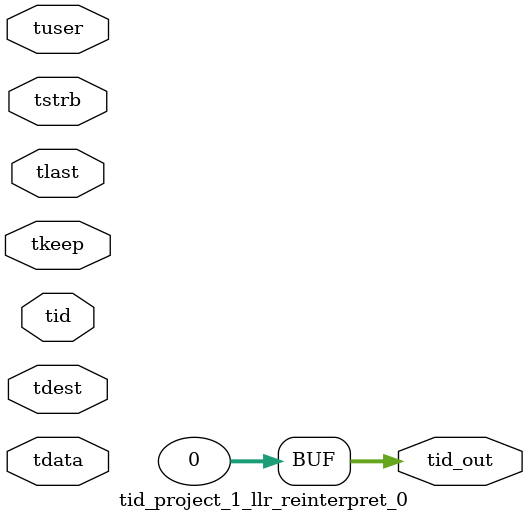
<source format=v>


`timescale 1ps/1ps

module tid_project_1_llr_reinterpret_0 #
(
parameter C_S_AXIS_TID_WIDTH   = 1,
parameter C_S_AXIS_TUSER_WIDTH = 0,
parameter C_S_AXIS_TDATA_WIDTH = 0,
parameter C_S_AXIS_TDEST_WIDTH = 0,
parameter C_M_AXIS_TID_WIDTH   = 32
)
(
input  [(C_S_AXIS_TID_WIDTH   == 0 ? 1 : C_S_AXIS_TID_WIDTH)-1:0       ] tid,
input  [(C_S_AXIS_TDATA_WIDTH == 0 ? 1 : C_S_AXIS_TDATA_WIDTH)-1:0     ] tdata,
input  [(C_S_AXIS_TUSER_WIDTH == 0 ? 1 : C_S_AXIS_TUSER_WIDTH)-1:0     ] tuser,
input  [(C_S_AXIS_TDEST_WIDTH == 0 ? 1 : C_S_AXIS_TDEST_WIDTH)-1:0     ] tdest,
input  [(C_S_AXIS_TDATA_WIDTH/8)-1:0 ] tkeep,
input  [(C_S_AXIS_TDATA_WIDTH/8)-1:0 ] tstrb,
input                                                                    tlast,
output [(C_M_AXIS_TID_WIDTH   == 0 ? 1 : C_M_AXIS_TID_WIDTH)-1:0       ] tid_out
);

assign tid_out = {1'b0};

endmodule


</source>
